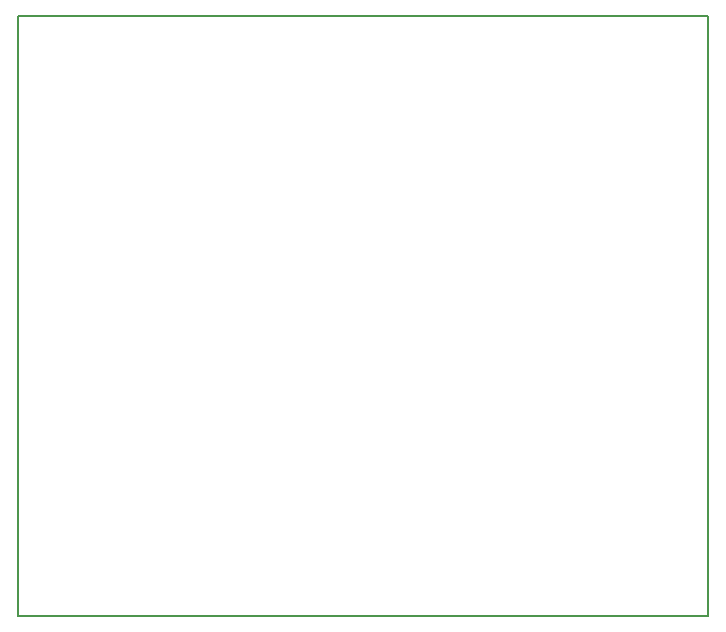
<source format=gm1>
G04 #@! TF.GenerationSoftware,KiCad,Pcbnew,5.0.2+dfsg1-1~bpo9+1*
G04 #@! TF.CreationDate,2020-02-19T00:58:45-05:00*
G04 #@! TF.ProjectId,pcb_amp,7063625f-616d-4702-9e6b-696361645f70,rev?*
G04 #@! TF.SameCoordinates,Original*
G04 #@! TF.FileFunction,Profile,NP*
%FSLAX46Y46*%
G04 Gerber Fmt 4.6, Leading zero omitted, Abs format (unit mm)*
G04 Created by KiCad (PCBNEW 5.0.2+dfsg1-1~bpo9+1) date Wed 19 Feb 2020 12:58:45 AM EST*
%MOMM*%
%LPD*%
G01*
G04 APERTURE LIST*
%ADD10C,0.152400*%
G04 APERTURE END LIST*
D10*
X104140000Y-66040000D02*
X104140000Y-76200000D01*
X162560000Y-66040000D02*
X104140000Y-66040000D01*
X162560000Y-116840000D02*
X162560000Y-66040000D01*
X104140000Y-116840000D02*
X162560000Y-116840000D01*
X104140000Y-76200000D02*
X104140000Y-116840000D01*
M02*

</source>
